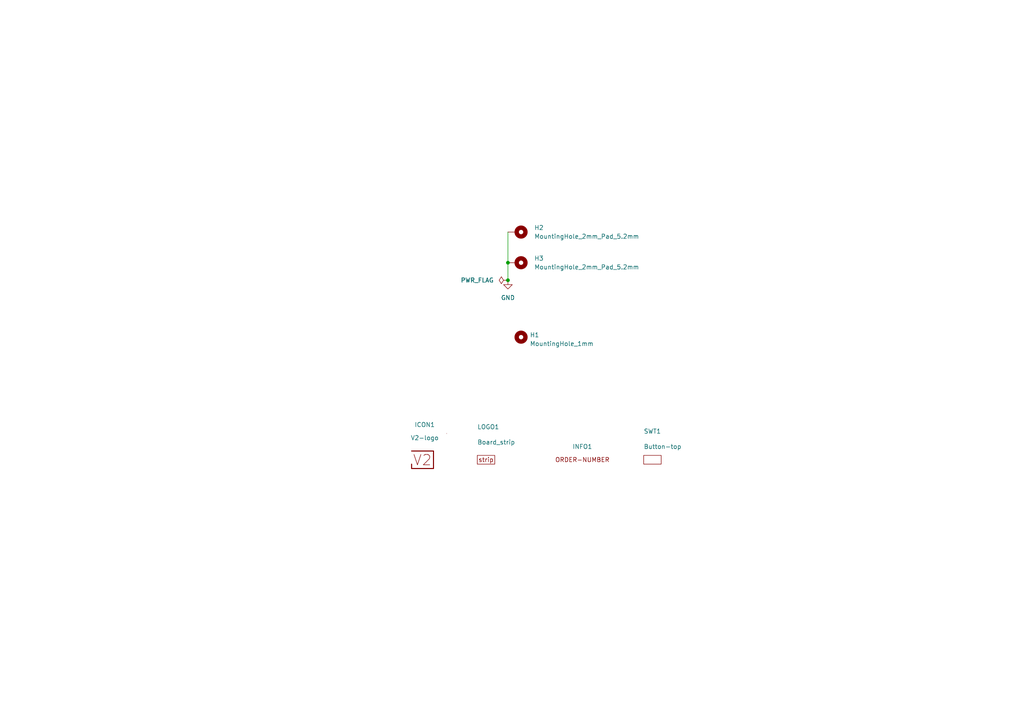
<source format=kicad_sch>
(kicad_sch (version 20221206) (generator eeschema)
  (paper "A4")
  (title_block (title "V2 strip") (date "2023-01-09") (rev "2") (company "Versio Duo") (comment 1 "cover"))
  (lib_symbols
    (symbol "V2_Artwork:Board_strip" (in_bom no)
      (property "Reference" "ICON" (at 0 2.54 0))
      (property "Value" "Board_strip" (at 0 -2.54 0))
      (symbol "Board_strip_0_0"
        (rectangle (start -11.43 7.62) (end -11.43 7.62))
        (rectangle (start 2.54 -1.27) (end -2.54 1.27))
        (text "strip" (at 0 0 0) (effects (font (size 1.27 1.27))))
      )
    )
    (symbol "V2_Artwork:V2-logo" (in_bom no)
      (property "Reference" "ICON" (at -3.81 2.54 0))
      (property "Value" "V2-logo" (at -5.08 -6.35 0))
      (symbol "V2-logo_1_0"
        (polyline (pts (xy -3.81 1.27) (xy 2.54 1.27) (xy 2.54 -3.81) (xy -3.81 -3.81) (xy -3.81 -2.54)) (stroke (width 0.3)))
        (text "V2" (at -0.6867 -1.3525 0) (effects (font (size 3 3))))
      )
    )
    (symbol "V2_Mechanical:MountingHole_1mm" (pin_names (offset 1.016)) (in_bom no)
      (property "Reference" "H" (at 0 5.08 0))
      (property "Value" "MountingHole_1mm" (at 0 3.175 0))
      (symbol "MountingHole_1mm_0_1"
        (circle (center 0 0) (radius 1.27) (stroke (width 1.27)))
      )
    )
    (symbol "V2_Mechanical:MountingHole_2mm_Pad_5.2mm" (pin_numbers hide) (pin_names (offset 1.016) hide) (in_bom no)
      (property "Reference" "H" (at 0 6.35 0))
      (property "Value" "MountingHole_2mm_Pad_5.2mm" (at 0 4.445 0))
      (symbol "MountingHole_2mm_Pad_5.2mm_0_1"
        (circle (center 0 1.27) (radius 1.27) (stroke (width 1.27)))
      )
      (symbol "MountingHole_2mm_Pad_5.2mm_1_1"
        (pin input line (at 0 -2.54 90) (length 2.54) (name "1") (number "1"))
      )
    )
    (symbol "V2_PCB_Devices:Button-top" (in_bom no)
      (property "Reference" "SWT1" (at 3.81 1.2701 0))
      (property "Value" "Button-top" (at 3.81 -1.2699 0))
      (symbol "Button-top_0_1"
        (rectangle (start -2.54 1.27) (end 2.54 -1.27))
      )
    )
    (symbol "V2_Production:Order_Number" (in_bom no)
      (property "Reference" "INFO" (at 0 2.54 0))
      (symbol "Order_Number_0_0"
        (text "ORDER-NUMBER" (at 0 0 0) (effects (font (size 1.27 1.27))))
      )
    )
    (symbol "power:GND" (power) (pin_names (offset 0))
      (property "Value" "GND" (at 0 -3.81 0))
      (symbol "GND_0_1"
        (polyline (pts (xy 0 0) (xy 0 -1.27) (xy 1.27 -1.27) (xy 0 -2.54) (xy -1.27 -1.27) (xy 0 -1.27)))
      )
      (symbol "GND_1_1"
        (pin power_in line (at 0 0 270) (length 0) hide (name "GND") (number "1"))
      )
    )
    (symbol "power:PWR_FLAG" (power) (pin_numbers hide) (pin_names (offset 0) hide)
      (property "Value" "PWR_FLAG" (at 0 3.81 0))
      (symbol "PWR_FLAG_0_0"
        (pin power_out line (at 0 0 90) (length 0) (name "pwr") (number "1"))
      )
      (symbol "PWR_FLAG_0_1"
        (polyline (pts (xy 0 0) (xy 0 1.27) (xy -1.016 1.905) (xy 0 2.54) (xy 1.016 1.905) (xy 0 1.27)))
      )
    )
  )
  (junction (at 147.32 81.28))
  (junction (at 147.32 76.2))
  (wire (pts (xy 147.32 76.2) (xy 147.32 81.28)))
  (wire (pts (xy 147.32 67.31) (xy 147.32 76.2)))
  (symbol (lib_id "V2_Artwork:Board_strip") (at 140.97 133.35 0) (unit 1) (in_bom no)
    (property "Reference" "LOGO1" (at 138.43 123.8249 0) (effects (justify left)))
    (property "Value" "Board_strip" (at 138.43 128.2699 0) (effects (justify left)))
    (property "Footprint" "V2_Artwork:Board_strip_Small" (effects hide))
  )
  (symbol (lib_id "power:GND") (at 147.32 81.28 0) (unit 1)
    (property "Reference" "#PWR0101" (effects hide))
    (property "Value" "GND" (at 147.32 86.36 0))
  )
  (symbol (lib_id "V2_Production:Order_Number") (at 168.91 133.35 0) (unit 1) (in_bom no)
    (property "Reference" "INFO1" (at 168.91 129.54 0))
    (property "Value" "Order_Number" (effects hide))
    (property "Footprint" "V2_Production:Order_Number" (effects hide))
  )
  (symbol (lib_id "V2_PCB_Devices:Button-top") (at 189.23 133.35 0) (unit 1) (in_bom no)
    (property "Reference" "SWT1" (at 186.69 125.0949 0) (effects (justify left)))
    (property "Value" "Button-top" (at 186.69 129.5399 0) (effects (justify left)))
    (property "Footprint" "V2_PCB_Devices:PCB_Button-top" (effects hide))
  )
  (symbol (lib_id "V2_Mechanical:MountingHole_2mm_Pad_5.2mm") (at 149.86 67.31 270) (unit 1)
    (property "Reference" "H2" (at 154.94 66.04 90) (effects (justify left)))
    (property "Value" "MountingHole_2mm_Pad_5.2mm" (at 170.18 68.58 90))
    (property "Footprint" "V2_Mechanical:Mounting_Hole_2mm_Pad_5.2mm" (effects hide))
  )
  (symbol (lib_id "power:PWR_FLAG") (at 147.32 81.28 90) (unit 1)
    (property "Reference" "#FLG0101" (effects hide))
    (property "Value" "PWR_FLAG" (at 138.43 81.28 90))
  )
  (symbol (lib_id "V2_Mechanical:MountingHole_1mm") (at 151.13 97.79 0) (unit 1)
    (property "Reference" "H1" (at 153.67 97.155 0) (effects (justify left)))
    (property "Value" "MountingHole_1mm" (at 153.67 99.695 0) (effects (justify left)))
    (property "Footprint" "V2_Mechanical:MountingHole_1mm" (effects hide))
  )
  (symbol (lib_id "V2_Artwork:V2-logo") (at 123.19 132.08 0) (unit 1) (in_bom no)
    (property "Reference" "ICON1" (at 123.19 123.19 0))
    (property "Value" "V2-logo" (at 123.19 127 0))
    (property "Footprint" "V2_Artwork:Logo_Small" (effects hide))
  )
  (symbol (lib_id "V2_Mechanical:MountingHole_2mm_Pad_5.2mm") (at 149.86 76.2 270) (unit 1)
    (property "Reference" "H3" (at 154.94 74.93 90) (effects (justify left)))
    (property "Value" "MountingHole_2mm_Pad_5.2mm" (at 170.18 77.47 90))
    (property "Footprint" "V2_Mechanical:Mounting_Hole_2mm_Pad_5.2mm" (effects hide))
  )
)
</source>
